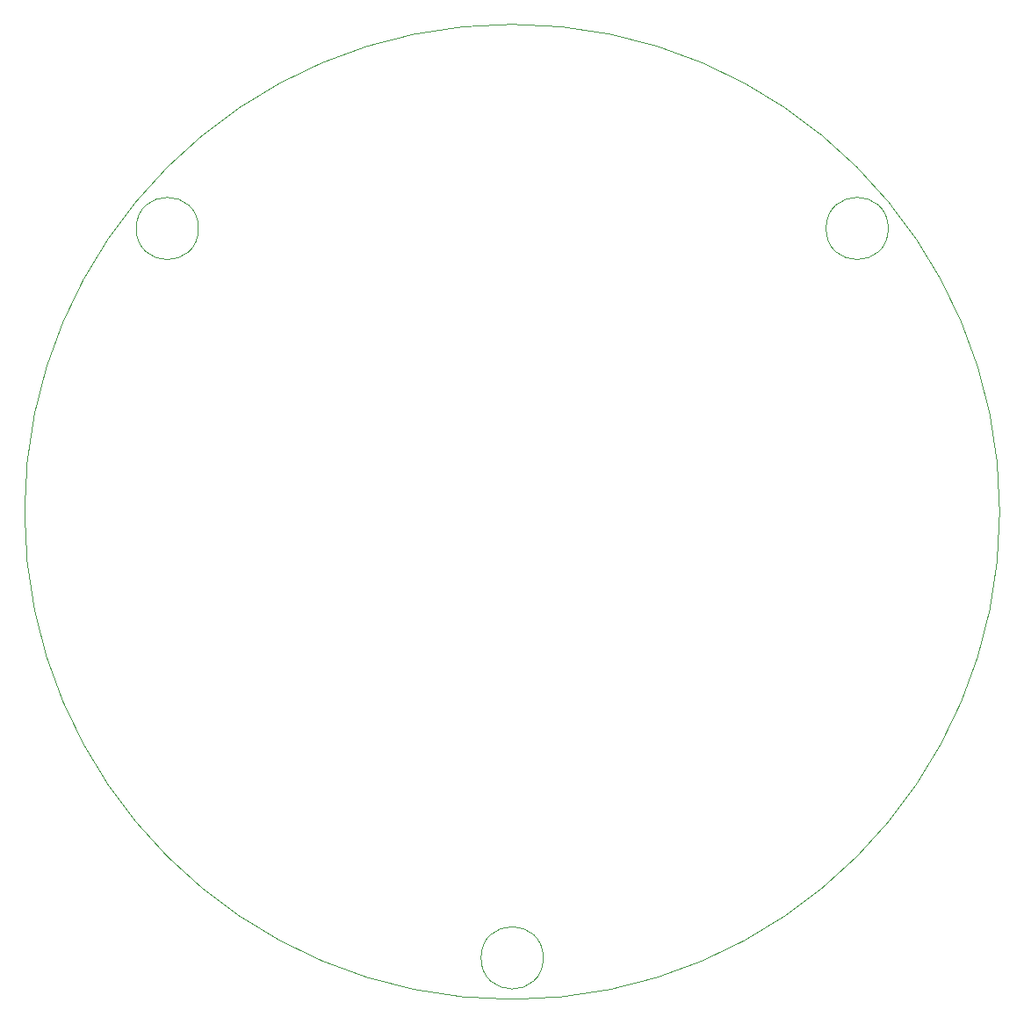
<source format=gbr>
%TF.GenerationSoftware,KiCad,Pcbnew,8.0.1*%
%TF.CreationDate,2024-06-11T18:43:04+02:00*%
%TF.ProjectId,PCB_Plaque_Haute,5043425f-506c-4617-9175-655f48617574,C.Roche*%
%TF.SameCoordinates,Original*%
%TF.FileFunction,Profile,NP*%
%FSLAX46Y46*%
G04 Gerber Fmt 4.6, Leading zero omitted, Abs format (unit mm)*
G04 Created by KiCad (PCBNEW 8.0.1) date 2024-06-11 18:43:04*
%MOMM*%
%LPD*%
G01*
G04 APERTURE LIST*
%TA.AperFunction,Profile*%
%ADD10C,0.100000*%
%TD*%
%TA.AperFunction,Profile*%
%ADD11C,0.050000*%
%TD*%
G04 APERTURE END LIST*
D10*
X125500000Y-72000000D02*
G75*
G02*
X119500000Y-72000000I-3000000J0D01*
G01*
X119500000Y-72000000D02*
G75*
G02*
X125500000Y-72000000I3000000J0D01*
G01*
X158740000Y-142320000D02*
G75*
G02*
X152740000Y-142320000I-3000000J0D01*
G01*
X152740000Y-142320000D02*
G75*
G02*
X158740000Y-142320000I3000000J0D01*
G01*
X192000000Y-72000000D02*
G75*
G02*
X186000000Y-72000000I-3000000J0D01*
G01*
X186000000Y-72000000D02*
G75*
G02*
X192000000Y-72000000I3000000J0D01*
G01*
D11*
X202740000Y-99320000D02*
G75*
G02*
X108740000Y-99320000I-47000000J0D01*
G01*
X108740000Y-99320000D02*
G75*
G02*
X202740000Y-99320000I47000000J0D01*
G01*
M02*

</source>
